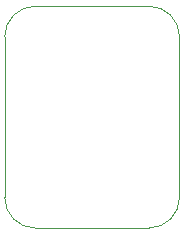
<source format=gbr>
%TF.GenerationSoftware,KiCad,Pcbnew,9.0.3*%
%TF.CreationDate,2025-08-14T12:49:38-04:00*%
%TF.ProjectId,rotour_mt6701_breakout,726f746f-7572-45f6-9d74-363730315f62,rev?*%
%TF.SameCoordinates,Original*%
%TF.FileFunction,Profile,NP*%
%FSLAX46Y46*%
G04 Gerber Fmt 4.6, Leading zero omitted, Abs format (unit mm)*
G04 Created by KiCad (PCBNEW 9.0.3) date 2025-08-14 12:49:38*
%MOMM*%
%LPD*%
G01*
G04 APERTURE LIST*
%TA.AperFunction,Profile*%
%ADD10C,0.050000*%
%TD*%
G04 APERTURE END LIST*
D10*
X149799999Y-99600000D02*
X140199999Y-99600001D01*
X137600000Y-83400000D02*
X137600000Y-97000000D01*
X149800000Y-80800000D02*
G75*
G02*
X152400000Y-83400000I0J-2600000D01*
G01*
X140200000Y-80800000D02*
X149800000Y-80800000D01*
X152400000Y-83400000D02*
X152399998Y-97000000D01*
X140200000Y-99600000D02*
G75*
G02*
X137600000Y-97000000I0J2600000D01*
G01*
X137600000Y-83400000D02*
G75*
G02*
X140200000Y-80800000I2600000J0D01*
G01*
X152399998Y-97000000D02*
G75*
G02*
X149799998Y-99599998I-2599998J0D01*
G01*
M02*

</source>
